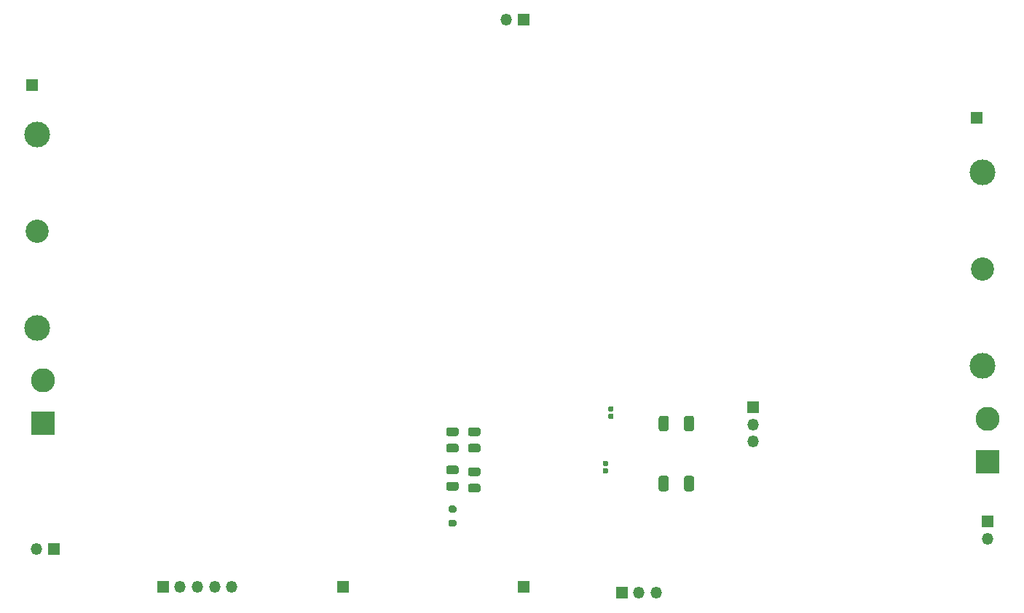
<source format=gbs>
G04 #@! TF.GenerationSoftware,KiCad,Pcbnew,(5.1.10)-1*
G04 #@! TF.CreationDate,2022-01-18T14:13:32-05:00*
G04 #@! TF.ProjectId,breakoutboard-2,62726561-6b6f-4757-9462-6f6172642d32,rev?*
G04 #@! TF.SameCoordinates,Original*
G04 #@! TF.FileFunction,Soldermask,Bot*
G04 #@! TF.FilePolarity,Negative*
%FSLAX46Y46*%
G04 Gerber Fmt 4.6, Leading zero omitted, Abs format (unit mm)*
G04 Created by KiCad (PCBNEW (5.1.10)-1) date 2022-01-18 14:13:32*
%MOMM*%
%LPD*%
G01*
G04 APERTURE LIST*
%ADD10R,1.350000X1.350000*%
%ADD11C,3.000000*%
%ADD12C,2.700000*%
%ADD13O,1.350000X1.350000*%
%ADD14C,2.800000*%
%ADD15R,2.800000X2.800000*%
G04 APERTURE END LIST*
G36*
G01*
X154465000Y-106074999D02*
X155415000Y-106074999D01*
G75*
G02*
X155665000Y-106324999I0J-250000D01*
G01*
X155665000Y-106824999D01*
G75*
G02*
X155415000Y-107074999I-250000J0D01*
G01*
X154465000Y-107074999D01*
G75*
G02*
X154215000Y-106824999I0J250000D01*
G01*
X154215000Y-106324999D01*
G75*
G02*
X154465000Y-106074999I250000J0D01*
G01*
G37*
G36*
G01*
X154465000Y-104174999D02*
X155415000Y-104174999D01*
G75*
G02*
X155665000Y-104424999I0J-250000D01*
G01*
X155665000Y-104924999D01*
G75*
G02*
X155415000Y-105174999I-250000J0D01*
G01*
X154465000Y-105174999D01*
G75*
G02*
X154215000Y-104924999I0J250000D01*
G01*
X154215000Y-104424999D01*
G75*
G02*
X154465000Y-104174999I250000J0D01*
G01*
G37*
G36*
G01*
X152875000Y-104960000D02*
X151925000Y-104960000D01*
G75*
G02*
X151675000Y-104710000I0J250000D01*
G01*
X151675000Y-104210000D01*
G75*
G02*
X151925000Y-103960000I250000J0D01*
G01*
X152875000Y-103960000D01*
G75*
G02*
X153125000Y-104210000I0J-250000D01*
G01*
X153125000Y-104710000D01*
G75*
G02*
X152875000Y-104960000I-250000J0D01*
G01*
G37*
G36*
G01*
X152875000Y-106860000D02*
X151925000Y-106860000D01*
G75*
G02*
X151675000Y-106610000I0J250000D01*
G01*
X151675000Y-106110000D01*
G75*
G02*
X151925000Y-105860000I250000J0D01*
G01*
X152875000Y-105860000D01*
G75*
G02*
X153125000Y-106110000I0J-250000D01*
G01*
X153125000Y-106610000D01*
G75*
G02*
X152875000Y-106860000I-250000J0D01*
G01*
G37*
G36*
G01*
X152875000Y-100515000D02*
X151925000Y-100515000D01*
G75*
G02*
X151675000Y-100265000I0J250000D01*
G01*
X151675000Y-99765000D01*
G75*
G02*
X151925000Y-99515000I250000J0D01*
G01*
X152875000Y-99515000D01*
G75*
G02*
X153125000Y-99765000I0J-250000D01*
G01*
X153125000Y-100265000D01*
G75*
G02*
X152875000Y-100515000I-250000J0D01*
G01*
G37*
G36*
G01*
X152875000Y-102415000D02*
X151925000Y-102415000D01*
G75*
G02*
X151675000Y-102165000I0J250000D01*
G01*
X151675000Y-101665000D01*
G75*
G02*
X151925000Y-101415000I250000J0D01*
G01*
X152875000Y-101415000D01*
G75*
G02*
X153125000Y-101665000I0J-250000D01*
G01*
X153125000Y-102165000D01*
G75*
G02*
X152875000Y-102415000I-250000J0D01*
G01*
G37*
G36*
G01*
X155415000Y-102415000D02*
X154465000Y-102415000D01*
G75*
G02*
X154215000Y-102165000I0J250000D01*
G01*
X154215000Y-101665000D01*
G75*
G02*
X154465000Y-101415000I250000J0D01*
G01*
X155415000Y-101415000D01*
G75*
G02*
X155665000Y-101665000I0J-250000D01*
G01*
X155665000Y-102165000D01*
G75*
G02*
X155415000Y-102415000I-250000J0D01*
G01*
G37*
G36*
G01*
X155415000Y-100515000D02*
X154465000Y-100515000D01*
G75*
G02*
X154215000Y-100265000I0J250000D01*
G01*
X154215000Y-99765000D01*
G75*
G02*
X154465000Y-99515000I250000J0D01*
G01*
X155415000Y-99515000D01*
G75*
G02*
X155665000Y-99765000I0J-250000D01*
G01*
X155665000Y-100265000D01*
G75*
G02*
X155415000Y-100515000I-250000J0D01*
G01*
G37*
D10*
X139700000Y-118110000D03*
G36*
G01*
X171039400Y-97630000D02*
X170590600Y-97630000D01*
G75*
G02*
X170515000Y-97554400I0J75600D01*
G01*
X170515000Y-97165600D01*
G75*
G02*
X170590600Y-97090000I75600J0D01*
G01*
X171039400Y-97090000D01*
G75*
G02*
X171115000Y-97165600I0J-75600D01*
G01*
X171115000Y-97554400D01*
G75*
G02*
X171039400Y-97630000I-75600J0D01*
G01*
G37*
G36*
G01*
X171039400Y-98490000D02*
X170590600Y-98490000D01*
G75*
G02*
X170515000Y-98414400I0J75600D01*
G01*
X170515000Y-98025600D01*
G75*
G02*
X170590600Y-97950000I75600J0D01*
G01*
X171039400Y-97950000D01*
G75*
G02*
X171115000Y-98025600I0J-75600D01*
G01*
X171115000Y-98414400D01*
G75*
G02*
X171039400Y-98490000I-75600J0D01*
G01*
G37*
G36*
G01*
X179335000Y-99710001D02*
X179335000Y-98409999D01*
G75*
G02*
X179584999Y-98160000I249999J0D01*
G01*
X180235001Y-98160000D01*
G75*
G02*
X180485000Y-98409999I0J-249999D01*
G01*
X180485000Y-99710001D01*
G75*
G02*
X180235001Y-99960000I-249999J0D01*
G01*
X179584999Y-99960000D01*
G75*
G02*
X179335000Y-99710001I0J249999D01*
G01*
G37*
G36*
G01*
X176385000Y-99710001D02*
X176385000Y-98409999D01*
G75*
G02*
X176634999Y-98160000I249999J0D01*
G01*
X177285001Y-98160000D01*
G75*
G02*
X177535000Y-98409999I0J-249999D01*
G01*
X177535000Y-99710001D01*
G75*
G02*
X177285001Y-99960000I-249999J0D01*
G01*
X176634999Y-99960000D01*
G75*
G02*
X176385000Y-99710001I0J249999D01*
G01*
G37*
G36*
G01*
X176385000Y-106695001D02*
X176385000Y-105394999D01*
G75*
G02*
X176634999Y-105145000I249999J0D01*
G01*
X177285001Y-105145000D01*
G75*
G02*
X177535000Y-105394999I0J-249999D01*
G01*
X177535000Y-106695001D01*
G75*
G02*
X177285001Y-106945000I-249999J0D01*
G01*
X176634999Y-106945000D01*
G75*
G02*
X176385000Y-106695001I0J249999D01*
G01*
G37*
G36*
G01*
X179335000Y-106695001D02*
X179335000Y-105394999D01*
G75*
G02*
X179584999Y-105145000I249999J0D01*
G01*
X180235001Y-105145000D01*
G75*
G02*
X180485000Y-105394999I0J-249999D01*
G01*
X180485000Y-106695001D01*
G75*
G02*
X180235001Y-106945000I-249999J0D01*
G01*
X179584999Y-106945000D01*
G75*
G02*
X179335000Y-106695001I0J249999D01*
G01*
G37*
G36*
G01*
X170404400Y-104840000D02*
X169955600Y-104840000D01*
G75*
G02*
X169880000Y-104764400I0J75600D01*
G01*
X169880000Y-104375600D01*
G75*
G02*
X169955600Y-104300000I75600J0D01*
G01*
X170404400Y-104300000D01*
G75*
G02*
X170480000Y-104375600I0J-75600D01*
G01*
X170480000Y-104764400D01*
G75*
G02*
X170404400Y-104840000I-75600J0D01*
G01*
G37*
G36*
G01*
X170404400Y-103980000D02*
X169955600Y-103980000D01*
G75*
G02*
X169880000Y-103904400I0J75600D01*
G01*
X169880000Y-103515600D01*
G75*
G02*
X169955600Y-103440000I75600J0D01*
G01*
X170404400Y-103440000D01*
G75*
G02*
X170480000Y-103515600I0J-75600D01*
G01*
X170480000Y-103904400D01*
G75*
G02*
X170404400Y-103980000I-75600J0D01*
G01*
G37*
D11*
X104140000Y-65405000D03*
X104140000Y-87905000D03*
D12*
X104140000Y-76655000D03*
X213995000Y-81100000D03*
D11*
X213995000Y-92350000D03*
X213995000Y-69850000D03*
D10*
X103505000Y-59690000D03*
X160655000Y-52070000D03*
D13*
X158655000Y-52070000D03*
X187325000Y-101155000D03*
X187325000Y-99155000D03*
D10*
X187325000Y-97155000D03*
X172085000Y-118745000D03*
D13*
X174085000Y-118745000D03*
X176085000Y-118745000D03*
X104045000Y-113665000D03*
D10*
X106045000Y-113665000D03*
D14*
X104775000Y-94060000D03*
D15*
X104775000Y-99060000D03*
X214630000Y-103505000D03*
D14*
X214630000Y-98505000D03*
D10*
X214630000Y-110490000D03*
D13*
X214630000Y-112490000D03*
D10*
X213360000Y-63500000D03*
X160655000Y-118110000D03*
X118745000Y-118110000D03*
D13*
X120745000Y-118110000D03*
X122745000Y-118110000D03*
X124745000Y-118110000D03*
X126745000Y-118110000D03*
G36*
G01*
X152125000Y-108630000D02*
X152675000Y-108630000D01*
G75*
G02*
X152875000Y-108830000I0J-200000D01*
G01*
X152875000Y-109230000D01*
G75*
G02*
X152675000Y-109430000I-200000J0D01*
G01*
X152125000Y-109430000D01*
G75*
G02*
X151925000Y-109230000I0J200000D01*
G01*
X151925000Y-108830000D01*
G75*
G02*
X152125000Y-108630000I200000J0D01*
G01*
G37*
G36*
G01*
X152125000Y-110280000D02*
X152675000Y-110280000D01*
G75*
G02*
X152875000Y-110480000I0J-200000D01*
G01*
X152875000Y-110880000D01*
G75*
G02*
X152675000Y-111080000I-200000J0D01*
G01*
X152125000Y-111080000D01*
G75*
G02*
X151925000Y-110880000I0J200000D01*
G01*
X151925000Y-110480000D01*
G75*
G02*
X152125000Y-110280000I200000J0D01*
G01*
G37*
M02*

</source>
